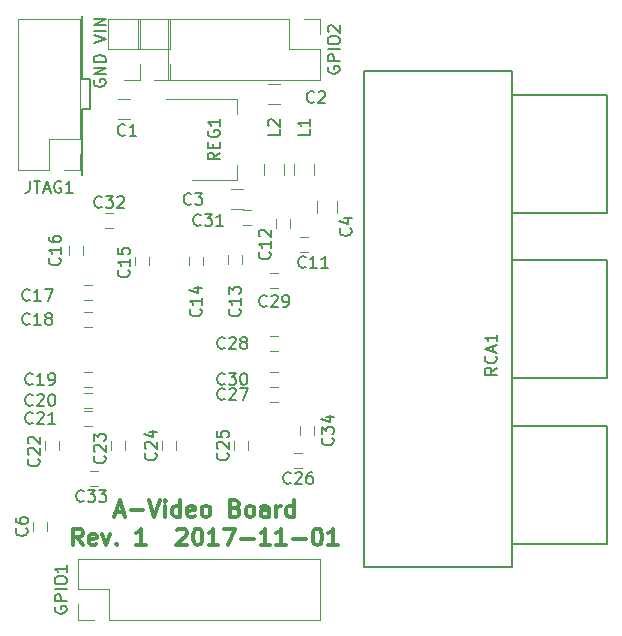
<source format=gto>
G04 #@! TF.FileFunction,Legend,Top*
%FSLAX46Y46*%
G04 Gerber Fmt 4.6, Leading zero omitted, Abs format (unit mm)*
G04 Created by KiCad (PCBNEW 4.0.4-stable) date 11/01/17 12:47:16*
%MOMM*%
%LPD*%
G01*
G04 APERTURE LIST*
%ADD10C,0.100000*%
%ADD11C,0.300000*%
%ADD12C,0.200000*%
%ADD13C,0.120000*%
%ADD14C,0.150000*%
G04 APERTURE END LIST*
D10*
D11*
X126291333Y-114095333D02*
X126957999Y-114095333D01*
X126157999Y-114495333D02*
X126624666Y-113095333D01*
X127091333Y-114495333D01*
X127557999Y-113962000D02*
X128624666Y-113962000D01*
X129091332Y-113095333D02*
X129557999Y-114495333D01*
X130024666Y-113095333D01*
X130491332Y-114495333D02*
X130491332Y-113562000D01*
X130491332Y-113095333D02*
X130424666Y-113162000D01*
X130491332Y-113228667D01*
X130557999Y-113162000D01*
X130491332Y-113095333D01*
X130491332Y-113228667D01*
X131757999Y-114495333D02*
X131757999Y-113095333D01*
X131757999Y-114428667D02*
X131624666Y-114495333D01*
X131357999Y-114495333D01*
X131224666Y-114428667D01*
X131157999Y-114362000D01*
X131091333Y-114228667D01*
X131091333Y-113828667D01*
X131157999Y-113695333D01*
X131224666Y-113628667D01*
X131357999Y-113562000D01*
X131624666Y-113562000D01*
X131757999Y-113628667D01*
X132958000Y-114428667D02*
X132824666Y-114495333D01*
X132558000Y-114495333D01*
X132424666Y-114428667D01*
X132358000Y-114295333D01*
X132358000Y-113762000D01*
X132424666Y-113628667D01*
X132558000Y-113562000D01*
X132824666Y-113562000D01*
X132958000Y-113628667D01*
X133024666Y-113762000D01*
X133024666Y-113895333D01*
X132358000Y-114028667D01*
X133824666Y-114495333D02*
X133691333Y-114428667D01*
X133624666Y-114362000D01*
X133558000Y-114228667D01*
X133558000Y-113828667D01*
X133624666Y-113695333D01*
X133691333Y-113628667D01*
X133824666Y-113562000D01*
X134024666Y-113562000D01*
X134158000Y-113628667D01*
X134224666Y-113695333D01*
X134291333Y-113828667D01*
X134291333Y-114228667D01*
X134224666Y-114362000D01*
X134158000Y-114428667D01*
X134024666Y-114495333D01*
X133824666Y-114495333D01*
X136424667Y-113762000D02*
X136624667Y-113828667D01*
X136691334Y-113895333D01*
X136758000Y-114028667D01*
X136758000Y-114228667D01*
X136691334Y-114362000D01*
X136624667Y-114428667D01*
X136491334Y-114495333D01*
X135958000Y-114495333D01*
X135958000Y-113095333D01*
X136424667Y-113095333D01*
X136558000Y-113162000D01*
X136624667Y-113228667D01*
X136691334Y-113362000D01*
X136691334Y-113495333D01*
X136624667Y-113628667D01*
X136558000Y-113695333D01*
X136424667Y-113762000D01*
X135958000Y-113762000D01*
X137558000Y-114495333D02*
X137424667Y-114428667D01*
X137358000Y-114362000D01*
X137291334Y-114228667D01*
X137291334Y-113828667D01*
X137358000Y-113695333D01*
X137424667Y-113628667D01*
X137558000Y-113562000D01*
X137758000Y-113562000D01*
X137891334Y-113628667D01*
X137958000Y-113695333D01*
X138024667Y-113828667D01*
X138024667Y-114228667D01*
X137958000Y-114362000D01*
X137891334Y-114428667D01*
X137758000Y-114495333D01*
X137558000Y-114495333D01*
X139224667Y-114495333D02*
X139224667Y-113762000D01*
X139158001Y-113628667D01*
X139024667Y-113562000D01*
X138758001Y-113562000D01*
X138624667Y-113628667D01*
X139224667Y-114428667D02*
X139091334Y-114495333D01*
X138758001Y-114495333D01*
X138624667Y-114428667D01*
X138558001Y-114295333D01*
X138558001Y-114162000D01*
X138624667Y-114028667D01*
X138758001Y-113962000D01*
X139091334Y-113962000D01*
X139224667Y-113895333D01*
X139891334Y-114495333D02*
X139891334Y-113562000D01*
X139891334Y-113828667D02*
X139958001Y-113695333D01*
X140024668Y-113628667D01*
X140158001Y-113562000D01*
X140291334Y-113562000D01*
X141358001Y-114495333D02*
X141358001Y-113095333D01*
X141358001Y-114428667D02*
X141224668Y-114495333D01*
X140958001Y-114495333D01*
X140824668Y-114428667D01*
X140758001Y-114362000D01*
X140691335Y-114228667D01*
X140691335Y-113828667D01*
X140758001Y-113695333D01*
X140824668Y-113628667D01*
X140958001Y-113562000D01*
X141224668Y-113562000D01*
X141358001Y-113628667D01*
X123491334Y-116895333D02*
X123024668Y-116228667D01*
X122691334Y-116895333D02*
X122691334Y-115495333D01*
X123224668Y-115495333D01*
X123358001Y-115562000D01*
X123424668Y-115628667D01*
X123491334Y-115762000D01*
X123491334Y-115962000D01*
X123424668Y-116095333D01*
X123358001Y-116162000D01*
X123224668Y-116228667D01*
X122691334Y-116228667D01*
X124624668Y-116828667D02*
X124491334Y-116895333D01*
X124224668Y-116895333D01*
X124091334Y-116828667D01*
X124024668Y-116695333D01*
X124024668Y-116162000D01*
X124091334Y-116028667D01*
X124224668Y-115962000D01*
X124491334Y-115962000D01*
X124624668Y-116028667D01*
X124691334Y-116162000D01*
X124691334Y-116295333D01*
X124024668Y-116428667D01*
X125158001Y-115962000D02*
X125491334Y-116895333D01*
X125824668Y-115962000D01*
X126358001Y-116762000D02*
X126424668Y-116828667D01*
X126358001Y-116895333D01*
X126291335Y-116828667D01*
X126358001Y-116762000D01*
X126358001Y-116895333D01*
X128824669Y-116895333D02*
X128024669Y-116895333D01*
X128424669Y-116895333D02*
X128424669Y-115495333D01*
X128291335Y-115695333D01*
X128158002Y-115828667D01*
X128024669Y-115895333D01*
X131491336Y-115628667D02*
X131558002Y-115562000D01*
X131691336Y-115495333D01*
X132024669Y-115495333D01*
X132158002Y-115562000D01*
X132224669Y-115628667D01*
X132291336Y-115762000D01*
X132291336Y-115895333D01*
X132224669Y-116095333D01*
X131424669Y-116895333D01*
X132291336Y-116895333D01*
X133158002Y-115495333D02*
X133291335Y-115495333D01*
X133424669Y-115562000D01*
X133491335Y-115628667D01*
X133558002Y-115762000D01*
X133624669Y-116028667D01*
X133624669Y-116362000D01*
X133558002Y-116628667D01*
X133491335Y-116762000D01*
X133424669Y-116828667D01*
X133291335Y-116895333D01*
X133158002Y-116895333D01*
X133024669Y-116828667D01*
X132958002Y-116762000D01*
X132891335Y-116628667D01*
X132824669Y-116362000D01*
X132824669Y-116028667D01*
X132891335Y-115762000D01*
X132958002Y-115628667D01*
X133024669Y-115562000D01*
X133158002Y-115495333D01*
X134958002Y-116895333D02*
X134158002Y-116895333D01*
X134558002Y-116895333D02*
X134558002Y-115495333D01*
X134424668Y-115695333D01*
X134291335Y-115828667D01*
X134158002Y-115895333D01*
X135424668Y-115495333D02*
X136358001Y-115495333D01*
X135758001Y-116895333D01*
X136891334Y-116362000D02*
X137958001Y-116362000D01*
X139358001Y-116895333D02*
X138558001Y-116895333D01*
X138958001Y-116895333D02*
X138958001Y-115495333D01*
X138824667Y-115695333D01*
X138691334Y-115828667D01*
X138558001Y-115895333D01*
X140691334Y-116895333D02*
X139891334Y-116895333D01*
X140291334Y-116895333D02*
X140291334Y-115495333D01*
X140158000Y-115695333D01*
X140024667Y-115828667D01*
X139891334Y-115895333D01*
X141291333Y-116362000D02*
X142358000Y-116362000D01*
X143291333Y-115495333D02*
X143424666Y-115495333D01*
X143558000Y-115562000D01*
X143624666Y-115628667D01*
X143691333Y-115762000D01*
X143758000Y-116028667D01*
X143758000Y-116362000D01*
X143691333Y-116628667D01*
X143624666Y-116762000D01*
X143558000Y-116828667D01*
X143424666Y-116895333D01*
X143291333Y-116895333D01*
X143158000Y-116828667D01*
X143091333Y-116762000D01*
X143024666Y-116628667D01*
X142958000Y-116362000D01*
X142958000Y-116028667D01*
X143024666Y-115762000D01*
X143091333Y-115628667D01*
X143158000Y-115562000D01*
X143291333Y-115495333D01*
X145091333Y-116895333D02*
X144291333Y-116895333D01*
X144691333Y-116895333D02*
X144691333Y-115495333D01*
X144557999Y-115695333D01*
X144424666Y-115828667D01*
X144291333Y-115895333D01*
D12*
X123444000Y-80010000D02*
X123444000Y-85598000D01*
X124079000Y-80010000D02*
X123444000Y-80010000D01*
X124079000Y-77470000D02*
X124079000Y-80010000D01*
X123444000Y-77470000D02*
X124079000Y-77470000D01*
X123444000Y-72136000D02*
X123444000Y-77470000D01*
D13*
X140050000Y-103470000D02*
X139350000Y-103470000D01*
X139350000Y-102270000D02*
X140050000Y-102270000D01*
X140050000Y-95088000D02*
X139350000Y-95088000D01*
X139350000Y-93888000D02*
X140050000Y-93888000D01*
X140050000Y-100422000D02*
X139350000Y-100422000D01*
X139350000Y-99222000D02*
X140050000Y-99222000D01*
X140050000Y-104740000D02*
X139350000Y-104740000D01*
X139350000Y-103540000D02*
X140050000Y-103540000D01*
X141382000Y-109128000D02*
X142082000Y-109128000D01*
X142082000Y-110328000D02*
X141382000Y-110328000D01*
X141894000Y-107538000D02*
X141894000Y-106838000D01*
X143094000Y-106838000D02*
X143094000Y-107538000D01*
X124110000Y-110652000D02*
X124810000Y-110652000D01*
X124810000Y-111852000D02*
X124110000Y-111852000D01*
X125380000Y-88808000D02*
X126080000Y-88808000D01*
X126080000Y-90008000D02*
X125380000Y-90008000D01*
X137764000Y-89754000D02*
X137064000Y-89754000D01*
X137064000Y-88554000D02*
X137764000Y-88554000D01*
X136306000Y-108808000D02*
X136306000Y-108108000D01*
X137506000Y-108108000D02*
X137506000Y-108808000D01*
X130210000Y-108808000D02*
X130210000Y-108108000D01*
X131410000Y-108108000D02*
X131410000Y-108808000D01*
X125892000Y-108808000D02*
X125892000Y-108108000D01*
X127092000Y-108108000D02*
X127092000Y-108808000D01*
X121504000Y-108108000D02*
X121504000Y-108808000D01*
X120304000Y-108808000D02*
X120304000Y-108108000D01*
X123602000Y-105572000D02*
X124302000Y-105572000D01*
X124302000Y-106772000D02*
X123602000Y-106772000D01*
X123602000Y-104048000D02*
X124302000Y-104048000D01*
X124302000Y-105248000D02*
X123602000Y-105248000D01*
X123602000Y-102270000D02*
X124302000Y-102270000D01*
X124302000Y-103470000D02*
X123602000Y-103470000D01*
X123602000Y-97190000D02*
X124302000Y-97190000D01*
X124302000Y-98390000D02*
X123602000Y-98390000D01*
X123602000Y-94904000D02*
X124302000Y-94904000D01*
X124302000Y-96104000D02*
X123602000Y-96104000D01*
X122336000Y-92298000D02*
X122336000Y-91598000D01*
X123536000Y-91598000D02*
X123536000Y-92298000D01*
X129124000Y-92487000D02*
X129124000Y-93187000D01*
X127924000Y-93187000D02*
X127924000Y-92487000D01*
X133696000Y-92487000D02*
X133696000Y-93187000D01*
X132496000Y-93187000D02*
X132496000Y-92487000D01*
X136998000Y-92360000D02*
X136998000Y-93060000D01*
X135798000Y-93060000D02*
X135798000Y-92360000D01*
X141062000Y-89312000D02*
X141062000Y-90012000D01*
X139862000Y-90012000D02*
X139862000Y-89312000D01*
X142590000Y-92040000D02*
X141890000Y-92040000D01*
X141890000Y-90840000D02*
X142590000Y-90840000D01*
X119288000Y-115666000D02*
X119288000Y-114966000D01*
X120488000Y-114966000D02*
X120488000Y-115666000D01*
X130750000Y-72330000D02*
X130750000Y-77530000D01*
X140970000Y-72330000D02*
X130750000Y-72330000D01*
X143570000Y-77530000D02*
X130750000Y-77530000D01*
X140970000Y-72330000D02*
X140970000Y-74930000D01*
X140970000Y-74930000D02*
X143570000Y-74930000D01*
X143570000Y-74930000D02*
X143570000Y-77530000D01*
X142240000Y-72330000D02*
X143570000Y-72330000D01*
X143570000Y-72330000D02*
X143570000Y-73660000D01*
X143570000Y-123250000D02*
X143570000Y-118050000D01*
X125730000Y-123250000D02*
X143570000Y-123250000D01*
X123130000Y-118050000D02*
X143570000Y-118050000D01*
X125730000Y-123250000D02*
X125730000Y-120650000D01*
X125730000Y-120650000D02*
X123130000Y-120650000D01*
X123130000Y-120650000D02*
X123130000Y-118050000D01*
X124460000Y-123250000D02*
X123130000Y-123250000D01*
X123130000Y-123250000D02*
X123130000Y-121920000D01*
X136530000Y-85960000D02*
X136530000Y-84700000D01*
X136530000Y-79140000D02*
X136530000Y-80400000D01*
X132770000Y-85960000D02*
X136530000Y-85960000D01*
X130520000Y-79140000D02*
X136530000Y-79140000D01*
D14*
X159840000Y-106790000D02*
X167840000Y-106790000D01*
X167840000Y-106790000D02*
X167840000Y-116790000D01*
X167840000Y-116790000D02*
X159840000Y-116790000D01*
X159840000Y-88790000D02*
X167840000Y-88790000D01*
X167840000Y-88790000D02*
X167840000Y-78790000D01*
X167840000Y-78790000D02*
X159840000Y-78790000D01*
X159840000Y-102790000D02*
X167840000Y-102790000D01*
X167840000Y-102790000D02*
X167840000Y-92790000D01*
X167840000Y-92790000D02*
X159840000Y-92790000D01*
X159840000Y-76790000D02*
X147340000Y-76790000D01*
X147340000Y-76790000D02*
X147340000Y-118790000D01*
X147340000Y-118790000D02*
X159840000Y-118790000D01*
X159840000Y-118790000D02*
X159840000Y-76790000D01*
X159840000Y-92540000D02*
X159840000Y-103790000D01*
D13*
X128330000Y-72330000D02*
X125670000Y-72330000D01*
X128330000Y-74930000D02*
X128330000Y-72330000D01*
X125670000Y-74930000D02*
X125670000Y-72330000D01*
X128330000Y-74930000D02*
X125670000Y-74930000D01*
X128330000Y-76200000D02*
X128330000Y-77530000D01*
X128330000Y-77530000D02*
X127000000Y-77530000D01*
X138850000Y-84590000D02*
X138850000Y-85590000D01*
X140550000Y-85590000D02*
X140550000Y-84590000D01*
X141390000Y-84590000D02*
X141390000Y-85590000D01*
X143090000Y-85590000D02*
X143090000Y-84590000D01*
X123250000Y-72330000D02*
X118050000Y-72330000D01*
X123250000Y-82550000D02*
X123250000Y-72330000D01*
X118050000Y-85150000D02*
X118050000Y-72330000D01*
X123250000Y-82550000D02*
X120650000Y-82550000D01*
X120650000Y-82550000D02*
X120650000Y-85150000D01*
X120650000Y-85150000D02*
X118050000Y-85150000D01*
X123250000Y-83820000D02*
X123250000Y-85150000D01*
X123250000Y-85150000D02*
X121920000Y-85150000D01*
X144995000Y-88765000D02*
X144995000Y-87765000D01*
X143295000Y-87765000D02*
X143295000Y-88765000D01*
X136025000Y-88480000D02*
X137025000Y-88480000D01*
X137025000Y-86780000D02*
X136025000Y-86780000D01*
X139200000Y-79590000D02*
X140200000Y-79590000D01*
X140200000Y-77890000D02*
X139200000Y-77890000D01*
X127500000Y-79160000D02*
X126500000Y-79160000D01*
X126500000Y-80860000D02*
X127500000Y-80860000D01*
X130870000Y-72330000D02*
X128210000Y-72330000D01*
X130870000Y-74930000D02*
X130870000Y-72330000D01*
X128210000Y-74930000D02*
X128210000Y-72330000D01*
X130870000Y-74930000D02*
X128210000Y-74930000D01*
X130870000Y-76200000D02*
X130870000Y-77530000D01*
X130870000Y-77530000D02*
X129540000Y-77530000D01*
D14*
X135501143Y-103227143D02*
X135453524Y-103274762D01*
X135310667Y-103322381D01*
X135215429Y-103322381D01*
X135072571Y-103274762D01*
X134977333Y-103179524D01*
X134929714Y-103084286D01*
X134882095Y-102893810D01*
X134882095Y-102750952D01*
X134929714Y-102560476D01*
X134977333Y-102465238D01*
X135072571Y-102370000D01*
X135215429Y-102322381D01*
X135310667Y-102322381D01*
X135453524Y-102370000D01*
X135501143Y-102417619D01*
X135834476Y-102322381D02*
X136453524Y-102322381D01*
X136120190Y-102703333D01*
X136263048Y-102703333D01*
X136358286Y-102750952D01*
X136405905Y-102798571D01*
X136453524Y-102893810D01*
X136453524Y-103131905D01*
X136405905Y-103227143D01*
X136358286Y-103274762D01*
X136263048Y-103322381D01*
X135977333Y-103322381D01*
X135882095Y-103274762D01*
X135834476Y-103227143D01*
X137072571Y-102322381D02*
X137167810Y-102322381D01*
X137263048Y-102370000D01*
X137310667Y-102417619D01*
X137358286Y-102512857D01*
X137405905Y-102703333D01*
X137405905Y-102941429D01*
X137358286Y-103131905D01*
X137310667Y-103227143D01*
X137263048Y-103274762D01*
X137167810Y-103322381D01*
X137072571Y-103322381D01*
X136977333Y-103274762D01*
X136929714Y-103227143D01*
X136882095Y-103131905D01*
X136834476Y-102941429D01*
X136834476Y-102703333D01*
X136882095Y-102512857D01*
X136929714Y-102417619D01*
X136977333Y-102370000D01*
X137072571Y-102322381D01*
X139057143Y-96623143D02*
X139009524Y-96670762D01*
X138866667Y-96718381D01*
X138771429Y-96718381D01*
X138628571Y-96670762D01*
X138533333Y-96575524D01*
X138485714Y-96480286D01*
X138438095Y-96289810D01*
X138438095Y-96146952D01*
X138485714Y-95956476D01*
X138533333Y-95861238D01*
X138628571Y-95766000D01*
X138771429Y-95718381D01*
X138866667Y-95718381D01*
X139009524Y-95766000D01*
X139057143Y-95813619D01*
X139438095Y-95813619D02*
X139485714Y-95766000D01*
X139580952Y-95718381D01*
X139819048Y-95718381D01*
X139914286Y-95766000D01*
X139961905Y-95813619D01*
X140009524Y-95908857D01*
X140009524Y-96004095D01*
X139961905Y-96146952D01*
X139390476Y-96718381D01*
X140009524Y-96718381D01*
X140485714Y-96718381D02*
X140676190Y-96718381D01*
X140771429Y-96670762D01*
X140819048Y-96623143D01*
X140914286Y-96480286D01*
X140961905Y-96289810D01*
X140961905Y-95908857D01*
X140914286Y-95813619D01*
X140866667Y-95766000D01*
X140771429Y-95718381D01*
X140580952Y-95718381D01*
X140485714Y-95766000D01*
X140438095Y-95813619D01*
X140390476Y-95908857D01*
X140390476Y-96146952D01*
X140438095Y-96242190D01*
X140485714Y-96289810D01*
X140580952Y-96337429D01*
X140771429Y-96337429D01*
X140866667Y-96289810D01*
X140914286Y-96242190D01*
X140961905Y-96146952D01*
X135501143Y-100179143D02*
X135453524Y-100226762D01*
X135310667Y-100274381D01*
X135215429Y-100274381D01*
X135072571Y-100226762D01*
X134977333Y-100131524D01*
X134929714Y-100036286D01*
X134882095Y-99845810D01*
X134882095Y-99702952D01*
X134929714Y-99512476D01*
X134977333Y-99417238D01*
X135072571Y-99322000D01*
X135215429Y-99274381D01*
X135310667Y-99274381D01*
X135453524Y-99322000D01*
X135501143Y-99369619D01*
X135882095Y-99369619D02*
X135929714Y-99322000D01*
X136024952Y-99274381D01*
X136263048Y-99274381D01*
X136358286Y-99322000D01*
X136405905Y-99369619D01*
X136453524Y-99464857D01*
X136453524Y-99560095D01*
X136405905Y-99702952D01*
X135834476Y-100274381D01*
X136453524Y-100274381D01*
X137024952Y-99702952D02*
X136929714Y-99655333D01*
X136882095Y-99607714D01*
X136834476Y-99512476D01*
X136834476Y-99464857D01*
X136882095Y-99369619D01*
X136929714Y-99322000D01*
X137024952Y-99274381D01*
X137215429Y-99274381D01*
X137310667Y-99322000D01*
X137358286Y-99369619D01*
X137405905Y-99464857D01*
X137405905Y-99512476D01*
X137358286Y-99607714D01*
X137310667Y-99655333D01*
X137215429Y-99702952D01*
X137024952Y-99702952D01*
X136929714Y-99750571D01*
X136882095Y-99798190D01*
X136834476Y-99893429D01*
X136834476Y-100083905D01*
X136882095Y-100179143D01*
X136929714Y-100226762D01*
X137024952Y-100274381D01*
X137215429Y-100274381D01*
X137310667Y-100226762D01*
X137358286Y-100179143D01*
X137405905Y-100083905D01*
X137405905Y-99893429D01*
X137358286Y-99798190D01*
X137310667Y-99750571D01*
X137215429Y-99702952D01*
X135501143Y-104497143D02*
X135453524Y-104544762D01*
X135310667Y-104592381D01*
X135215429Y-104592381D01*
X135072571Y-104544762D01*
X134977333Y-104449524D01*
X134929714Y-104354286D01*
X134882095Y-104163810D01*
X134882095Y-104020952D01*
X134929714Y-103830476D01*
X134977333Y-103735238D01*
X135072571Y-103640000D01*
X135215429Y-103592381D01*
X135310667Y-103592381D01*
X135453524Y-103640000D01*
X135501143Y-103687619D01*
X135882095Y-103687619D02*
X135929714Y-103640000D01*
X136024952Y-103592381D01*
X136263048Y-103592381D01*
X136358286Y-103640000D01*
X136405905Y-103687619D01*
X136453524Y-103782857D01*
X136453524Y-103878095D01*
X136405905Y-104020952D01*
X135834476Y-104592381D01*
X136453524Y-104592381D01*
X136786857Y-103592381D02*
X137453524Y-103592381D01*
X137024952Y-104592381D01*
X141089143Y-111609143D02*
X141041524Y-111656762D01*
X140898667Y-111704381D01*
X140803429Y-111704381D01*
X140660571Y-111656762D01*
X140565333Y-111561524D01*
X140517714Y-111466286D01*
X140470095Y-111275810D01*
X140470095Y-111132952D01*
X140517714Y-110942476D01*
X140565333Y-110847238D01*
X140660571Y-110752000D01*
X140803429Y-110704381D01*
X140898667Y-110704381D01*
X141041524Y-110752000D01*
X141089143Y-110799619D01*
X141470095Y-110799619D02*
X141517714Y-110752000D01*
X141612952Y-110704381D01*
X141851048Y-110704381D01*
X141946286Y-110752000D01*
X141993905Y-110799619D01*
X142041524Y-110894857D01*
X142041524Y-110990095D01*
X141993905Y-111132952D01*
X141422476Y-111704381D01*
X142041524Y-111704381D01*
X142898667Y-110704381D02*
X142708190Y-110704381D01*
X142612952Y-110752000D01*
X142565333Y-110799619D01*
X142470095Y-110942476D01*
X142422476Y-111132952D01*
X142422476Y-111513905D01*
X142470095Y-111609143D01*
X142517714Y-111656762D01*
X142612952Y-111704381D01*
X142803429Y-111704381D01*
X142898667Y-111656762D01*
X142946286Y-111609143D01*
X142993905Y-111513905D01*
X142993905Y-111275810D01*
X142946286Y-111180571D01*
X142898667Y-111132952D01*
X142803429Y-111085333D01*
X142612952Y-111085333D01*
X142517714Y-111132952D01*
X142470095Y-111180571D01*
X142422476Y-111275810D01*
X144629143Y-107830857D02*
X144676762Y-107878476D01*
X144724381Y-108021333D01*
X144724381Y-108116571D01*
X144676762Y-108259429D01*
X144581524Y-108354667D01*
X144486286Y-108402286D01*
X144295810Y-108449905D01*
X144152952Y-108449905D01*
X143962476Y-108402286D01*
X143867238Y-108354667D01*
X143772000Y-108259429D01*
X143724381Y-108116571D01*
X143724381Y-108021333D01*
X143772000Y-107878476D01*
X143819619Y-107830857D01*
X143724381Y-107497524D02*
X143724381Y-106878476D01*
X144105333Y-107211810D01*
X144105333Y-107068952D01*
X144152952Y-106973714D01*
X144200571Y-106926095D01*
X144295810Y-106878476D01*
X144533905Y-106878476D01*
X144629143Y-106926095D01*
X144676762Y-106973714D01*
X144724381Y-107068952D01*
X144724381Y-107354667D01*
X144676762Y-107449905D01*
X144629143Y-107497524D01*
X144057714Y-106021333D02*
X144724381Y-106021333D01*
X143676762Y-106259429D02*
X144391048Y-106497524D01*
X144391048Y-105878476D01*
X123563143Y-113133143D02*
X123515524Y-113180762D01*
X123372667Y-113228381D01*
X123277429Y-113228381D01*
X123134571Y-113180762D01*
X123039333Y-113085524D01*
X122991714Y-112990286D01*
X122944095Y-112799810D01*
X122944095Y-112656952D01*
X122991714Y-112466476D01*
X123039333Y-112371238D01*
X123134571Y-112276000D01*
X123277429Y-112228381D01*
X123372667Y-112228381D01*
X123515524Y-112276000D01*
X123563143Y-112323619D01*
X123896476Y-112228381D02*
X124515524Y-112228381D01*
X124182190Y-112609333D01*
X124325048Y-112609333D01*
X124420286Y-112656952D01*
X124467905Y-112704571D01*
X124515524Y-112799810D01*
X124515524Y-113037905D01*
X124467905Y-113133143D01*
X124420286Y-113180762D01*
X124325048Y-113228381D01*
X124039333Y-113228381D01*
X123944095Y-113180762D01*
X123896476Y-113133143D01*
X124848857Y-112228381D02*
X125467905Y-112228381D01*
X125134571Y-112609333D01*
X125277429Y-112609333D01*
X125372667Y-112656952D01*
X125420286Y-112704571D01*
X125467905Y-112799810D01*
X125467905Y-113037905D01*
X125420286Y-113133143D01*
X125372667Y-113180762D01*
X125277429Y-113228381D01*
X124991714Y-113228381D01*
X124896476Y-113180762D01*
X124848857Y-113133143D01*
X125087143Y-88241143D02*
X125039524Y-88288762D01*
X124896667Y-88336381D01*
X124801429Y-88336381D01*
X124658571Y-88288762D01*
X124563333Y-88193524D01*
X124515714Y-88098286D01*
X124468095Y-87907810D01*
X124468095Y-87764952D01*
X124515714Y-87574476D01*
X124563333Y-87479238D01*
X124658571Y-87384000D01*
X124801429Y-87336381D01*
X124896667Y-87336381D01*
X125039524Y-87384000D01*
X125087143Y-87431619D01*
X125420476Y-87336381D02*
X126039524Y-87336381D01*
X125706190Y-87717333D01*
X125849048Y-87717333D01*
X125944286Y-87764952D01*
X125991905Y-87812571D01*
X126039524Y-87907810D01*
X126039524Y-88145905D01*
X125991905Y-88241143D01*
X125944286Y-88288762D01*
X125849048Y-88336381D01*
X125563333Y-88336381D01*
X125468095Y-88288762D01*
X125420476Y-88241143D01*
X126420476Y-87431619D02*
X126468095Y-87384000D01*
X126563333Y-87336381D01*
X126801429Y-87336381D01*
X126896667Y-87384000D01*
X126944286Y-87431619D01*
X126991905Y-87526857D01*
X126991905Y-87622095D01*
X126944286Y-87764952D01*
X126372857Y-88336381D01*
X126991905Y-88336381D01*
X133469143Y-89765143D02*
X133421524Y-89812762D01*
X133278667Y-89860381D01*
X133183429Y-89860381D01*
X133040571Y-89812762D01*
X132945333Y-89717524D01*
X132897714Y-89622286D01*
X132850095Y-89431810D01*
X132850095Y-89288952D01*
X132897714Y-89098476D01*
X132945333Y-89003238D01*
X133040571Y-88908000D01*
X133183429Y-88860381D01*
X133278667Y-88860381D01*
X133421524Y-88908000D01*
X133469143Y-88955619D01*
X133802476Y-88860381D02*
X134421524Y-88860381D01*
X134088190Y-89241333D01*
X134231048Y-89241333D01*
X134326286Y-89288952D01*
X134373905Y-89336571D01*
X134421524Y-89431810D01*
X134421524Y-89669905D01*
X134373905Y-89765143D01*
X134326286Y-89812762D01*
X134231048Y-89860381D01*
X133945333Y-89860381D01*
X133850095Y-89812762D01*
X133802476Y-89765143D01*
X135373905Y-89860381D02*
X134802476Y-89860381D01*
X135088190Y-89860381D02*
X135088190Y-88860381D01*
X134992952Y-89003238D01*
X134897714Y-89098476D01*
X134802476Y-89146095D01*
X135739143Y-109100857D02*
X135786762Y-109148476D01*
X135834381Y-109291333D01*
X135834381Y-109386571D01*
X135786762Y-109529429D01*
X135691524Y-109624667D01*
X135596286Y-109672286D01*
X135405810Y-109719905D01*
X135262952Y-109719905D01*
X135072476Y-109672286D01*
X134977238Y-109624667D01*
X134882000Y-109529429D01*
X134834381Y-109386571D01*
X134834381Y-109291333D01*
X134882000Y-109148476D01*
X134929619Y-109100857D01*
X134929619Y-108719905D02*
X134882000Y-108672286D01*
X134834381Y-108577048D01*
X134834381Y-108338952D01*
X134882000Y-108243714D01*
X134929619Y-108196095D01*
X135024857Y-108148476D01*
X135120095Y-108148476D01*
X135262952Y-108196095D01*
X135834381Y-108767524D01*
X135834381Y-108148476D01*
X134834381Y-107243714D02*
X134834381Y-107719905D01*
X135310571Y-107767524D01*
X135262952Y-107719905D01*
X135215333Y-107624667D01*
X135215333Y-107386571D01*
X135262952Y-107291333D01*
X135310571Y-107243714D01*
X135405810Y-107196095D01*
X135643905Y-107196095D01*
X135739143Y-107243714D01*
X135786762Y-107291333D01*
X135834381Y-107386571D01*
X135834381Y-107624667D01*
X135786762Y-107719905D01*
X135739143Y-107767524D01*
X129643143Y-109100857D02*
X129690762Y-109148476D01*
X129738381Y-109291333D01*
X129738381Y-109386571D01*
X129690762Y-109529429D01*
X129595524Y-109624667D01*
X129500286Y-109672286D01*
X129309810Y-109719905D01*
X129166952Y-109719905D01*
X128976476Y-109672286D01*
X128881238Y-109624667D01*
X128786000Y-109529429D01*
X128738381Y-109386571D01*
X128738381Y-109291333D01*
X128786000Y-109148476D01*
X128833619Y-109100857D01*
X128833619Y-108719905D02*
X128786000Y-108672286D01*
X128738381Y-108577048D01*
X128738381Y-108338952D01*
X128786000Y-108243714D01*
X128833619Y-108196095D01*
X128928857Y-108148476D01*
X129024095Y-108148476D01*
X129166952Y-108196095D01*
X129738381Y-108767524D01*
X129738381Y-108148476D01*
X129071714Y-107291333D02*
X129738381Y-107291333D01*
X128690762Y-107529429D02*
X129405048Y-107767524D01*
X129405048Y-107148476D01*
X125325143Y-109354857D02*
X125372762Y-109402476D01*
X125420381Y-109545333D01*
X125420381Y-109640571D01*
X125372762Y-109783429D01*
X125277524Y-109878667D01*
X125182286Y-109926286D01*
X124991810Y-109973905D01*
X124848952Y-109973905D01*
X124658476Y-109926286D01*
X124563238Y-109878667D01*
X124468000Y-109783429D01*
X124420381Y-109640571D01*
X124420381Y-109545333D01*
X124468000Y-109402476D01*
X124515619Y-109354857D01*
X124515619Y-108973905D02*
X124468000Y-108926286D01*
X124420381Y-108831048D01*
X124420381Y-108592952D01*
X124468000Y-108497714D01*
X124515619Y-108450095D01*
X124610857Y-108402476D01*
X124706095Y-108402476D01*
X124848952Y-108450095D01*
X125420381Y-109021524D01*
X125420381Y-108402476D01*
X124420381Y-108069143D02*
X124420381Y-107450095D01*
X124801333Y-107783429D01*
X124801333Y-107640571D01*
X124848952Y-107545333D01*
X124896571Y-107497714D01*
X124991810Y-107450095D01*
X125229905Y-107450095D01*
X125325143Y-107497714D01*
X125372762Y-107545333D01*
X125420381Y-107640571D01*
X125420381Y-107926286D01*
X125372762Y-108021524D01*
X125325143Y-108069143D01*
X119737143Y-109608857D02*
X119784762Y-109656476D01*
X119832381Y-109799333D01*
X119832381Y-109894571D01*
X119784762Y-110037429D01*
X119689524Y-110132667D01*
X119594286Y-110180286D01*
X119403810Y-110227905D01*
X119260952Y-110227905D01*
X119070476Y-110180286D01*
X118975238Y-110132667D01*
X118880000Y-110037429D01*
X118832381Y-109894571D01*
X118832381Y-109799333D01*
X118880000Y-109656476D01*
X118927619Y-109608857D01*
X118927619Y-109227905D02*
X118880000Y-109180286D01*
X118832381Y-109085048D01*
X118832381Y-108846952D01*
X118880000Y-108751714D01*
X118927619Y-108704095D01*
X119022857Y-108656476D01*
X119118095Y-108656476D01*
X119260952Y-108704095D01*
X119832381Y-109275524D01*
X119832381Y-108656476D01*
X118927619Y-108275524D02*
X118880000Y-108227905D01*
X118832381Y-108132667D01*
X118832381Y-107894571D01*
X118880000Y-107799333D01*
X118927619Y-107751714D01*
X119022857Y-107704095D01*
X119118095Y-107704095D01*
X119260952Y-107751714D01*
X119832381Y-108323143D01*
X119832381Y-107704095D01*
X119245143Y-106529143D02*
X119197524Y-106576762D01*
X119054667Y-106624381D01*
X118959429Y-106624381D01*
X118816571Y-106576762D01*
X118721333Y-106481524D01*
X118673714Y-106386286D01*
X118626095Y-106195810D01*
X118626095Y-106052952D01*
X118673714Y-105862476D01*
X118721333Y-105767238D01*
X118816571Y-105672000D01*
X118959429Y-105624381D01*
X119054667Y-105624381D01*
X119197524Y-105672000D01*
X119245143Y-105719619D01*
X119626095Y-105719619D02*
X119673714Y-105672000D01*
X119768952Y-105624381D01*
X120007048Y-105624381D01*
X120102286Y-105672000D01*
X120149905Y-105719619D01*
X120197524Y-105814857D01*
X120197524Y-105910095D01*
X120149905Y-106052952D01*
X119578476Y-106624381D01*
X120197524Y-106624381D01*
X121149905Y-106624381D02*
X120578476Y-106624381D01*
X120864190Y-106624381D02*
X120864190Y-105624381D01*
X120768952Y-105767238D01*
X120673714Y-105862476D01*
X120578476Y-105910095D01*
X119245143Y-105005143D02*
X119197524Y-105052762D01*
X119054667Y-105100381D01*
X118959429Y-105100381D01*
X118816571Y-105052762D01*
X118721333Y-104957524D01*
X118673714Y-104862286D01*
X118626095Y-104671810D01*
X118626095Y-104528952D01*
X118673714Y-104338476D01*
X118721333Y-104243238D01*
X118816571Y-104148000D01*
X118959429Y-104100381D01*
X119054667Y-104100381D01*
X119197524Y-104148000D01*
X119245143Y-104195619D01*
X119626095Y-104195619D02*
X119673714Y-104148000D01*
X119768952Y-104100381D01*
X120007048Y-104100381D01*
X120102286Y-104148000D01*
X120149905Y-104195619D01*
X120197524Y-104290857D01*
X120197524Y-104386095D01*
X120149905Y-104528952D01*
X119578476Y-105100381D01*
X120197524Y-105100381D01*
X120816571Y-104100381D02*
X120911810Y-104100381D01*
X121007048Y-104148000D01*
X121054667Y-104195619D01*
X121102286Y-104290857D01*
X121149905Y-104481333D01*
X121149905Y-104719429D01*
X121102286Y-104909905D01*
X121054667Y-105005143D01*
X121007048Y-105052762D01*
X120911810Y-105100381D01*
X120816571Y-105100381D01*
X120721333Y-105052762D01*
X120673714Y-105005143D01*
X120626095Y-104909905D01*
X120578476Y-104719429D01*
X120578476Y-104481333D01*
X120626095Y-104290857D01*
X120673714Y-104195619D01*
X120721333Y-104148000D01*
X120816571Y-104100381D01*
X119245143Y-103227143D02*
X119197524Y-103274762D01*
X119054667Y-103322381D01*
X118959429Y-103322381D01*
X118816571Y-103274762D01*
X118721333Y-103179524D01*
X118673714Y-103084286D01*
X118626095Y-102893810D01*
X118626095Y-102750952D01*
X118673714Y-102560476D01*
X118721333Y-102465238D01*
X118816571Y-102370000D01*
X118959429Y-102322381D01*
X119054667Y-102322381D01*
X119197524Y-102370000D01*
X119245143Y-102417619D01*
X120197524Y-103322381D02*
X119626095Y-103322381D01*
X119911809Y-103322381D02*
X119911809Y-102322381D01*
X119816571Y-102465238D01*
X119721333Y-102560476D01*
X119626095Y-102608095D01*
X120673714Y-103322381D02*
X120864190Y-103322381D01*
X120959429Y-103274762D01*
X121007048Y-103227143D01*
X121102286Y-103084286D01*
X121149905Y-102893810D01*
X121149905Y-102512857D01*
X121102286Y-102417619D01*
X121054667Y-102370000D01*
X120959429Y-102322381D01*
X120768952Y-102322381D01*
X120673714Y-102370000D01*
X120626095Y-102417619D01*
X120578476Y-102512857D01*
X120578476Y-102750952D01*
X120626095Y-102846190D01*
X120673714Y-102893810D01*
X120768952Y-102941429D01*
X120959429Y-102941429D01*
X121054667Y-102893810D01*
X121102286Y-102846190D01*
X121149905Y-102750952D01*
X118991143Y-98147143D02*
X118943524Y-98194762D01*
X118800667Y-98242381D01*
X118705429Y-98242381D01*
X118562571Y-98194762D01*
X118467333Y-98099524D01*
X118419714Y-98004286D01*
X118372095Y-97813810D01*
X118372095Y-97670952D01*
X118419714Y-97480476D01*
X118467333Y-97385238D01*
X118562571Y-97290000D01*
X118705429Y-97242381D01*
X118800667Y-97242381D01*
X118943524Y-97290000D01*
X118991143Y-97337619D01*
X119943524Y-98242381D02*
X119372095Y-98242381D01*
X119657809Y-98242381D02*
X119657809Y-97242381D01*
X119562571Y-97385238D01*
X119467333Y-97480476D01*
X119372095Y-97528095D01*
X120514952Y-97670952D02*
X120419714Y-97623333D01*
X120372095Y-97575714D01*
X120324476Y-97480476D01*
X120324476Y-97432857D01*
X120372095Y-97337619D01*
X120419714Y-97290000D01*
X120514952Y-97242381D01*
X120705429Y-97242381D01*
X120800667Y-97290000D01*
X120848286Y-97337619D01*
X120895905Y-97432857D01*
X120895905Y-97480476D01*
X120848286Y-97575714D01*
X120800667Y-97623333D01*
X120705429Y-97670952D01*
X120514952Y-97670952D01*
X120419714Y-97718571D01*
X120372095Y-97766190D01*
X120324476Y-97861429D01*
X120324476Y-98051905D01*
X120372095Y-98147143D01*
X120419714Y-98194762D01*
X120514952Y-98242381D01*
X120705429Y-98242381D01*
X120800667Y-98194762D01*
X120848286Y-98147143D01*
X120895905Y-98051905D01*
X120895905Y-97861429D01*
X120848286Y-97766190D01*
X120800667Y-97718571D01*
X120705429Y-97670952D01*
X118991143Y-96115143D02*
X118943524Y-96162762D01*
X118800667Y-96210381D01*
X118705429Y-96210381D01*
X118562571Y-96162762D01*
X118467333Y-96067524D01*
X118419714Y-95972286D01*
X118372095Y-95781810D01*
X118372095Y-95638952D01*
X118419714Y-95448476D01*
X118467333Y-95353238D01*
X118562571Y-95258000D01*
X118705429Y-95210381D01*
X118800667Y-95210381D01*
X118943524Y-95258000D01*
X118991143Y-95305619D01*
X119943524Y-96210381D02*
X119372095Y-96210381D01*
X119657809Y-96210381D02*
X119657809Y-95210381D01*
X119562571Y-95353238D01*
X119467333Y-95448476D01*
X119372095Y-95496095D01*
X120276857Y-95210381D02*
X120943524Y-95210381D01*
X120514952Y-96210381D01*
X121515143Y-92590857D02*
X121562762Y-92638476D01*
X121610381Y-92781333D01*
X121610381Y-92876571D01*
X121562762Y-93019429D01*
X121467524Y-93114667D01*
X121372286Y-93162286D01*
X121181810Y-93209905D01*
X121038952Y-93209905D01*
X120848476Y-93162286D01*
X120753238Y-93114667D01*
X120658000Y-93019429D01*
X120610381Y-92876571D01*
X120610381Y-92781333D01*
X120658000Y-92638476D01*
X120705619Y-92590857D01*
X121610381Y-91638476D02*
X121610381Y-92209905D01*
X121610381Y-91924191D02*
X120610381Y-91924191D01*
X120753238Y-92019429D01*
X120848476Y-92114667D01*
X120896095Y-92209905D01*
X120610381Y-90781333D02*
X120610381Y-90971810D01*
X120658000Y-91067048D01*
X120705619Y-91114667D01*
X120848476Y-91209905D01*
X121038952Y-91257524D01*
X121419905Y-91257524D01*
X121515143Y-91209905D01*
X121562762Y-91162286D01*
X121610381Y-91067048D01*
X121610381Y-90876571D01*
X121562762Y-90781333D01*
X121515143Y-90733714D01*
X121419905Y-90686095D01*
X121181810Y-90686095D01*
X121086571Y-90733714D01*
X121038952Y-90781333D01*
X120991333Y-90876571D01*
X120991333Y-91067048D01*
X121038952Y-91162286D01*
X121086571Y-91209905D01*
X121181810Y-91257524D01*
X127357143Y-93606857D02*
X127404762Y-93654476D01*
X127452381Y-93797333D01*
X127452381Y-93892571D01*
X127404762Y-94035429D01*
X127309524Y-94130667D01*
X127214286Y-94178286D01*
X127023810Y-94225905D01*
X126880952Y-94225905D01*
X126690476Y-94178286D01*
X126595238Y-94130667D01*
X126500000Y-94035429D01*
X126452381Y-93892571D01*
X126452381Y-93797333D01*
X126500000Y-93654476D01*
X126547619Y-93606857D01*
X127452381Y-92654476D02*
X127452381Y-93225905D01*
X127452381Y-92940191D02*
X126452381Y-92940191D01*
X126595238Y-93035429D01*
X126690476Y-93130667D01*
X126738095Y-93225905D01*
X126452381Y-91749714D02*
X126452381Y-92225905D01*
X126928571Y-92273524D01*
X126880952Y-92225905D01*
X126833333Y-92130667D01*
X126833333Y-91892571D01*
X126880952Y-91797333D01*
X126928571Y-91749714D01*
X127023810Y-91702095D01*
X127261905Y-91702095D01*
X127357143Y-91749714D01*
X127404762Y-91797333D01*
X127452381Y-91892571D01*
X127452381Y-92130667D01*
X127404762Y-92225905D01*
X127357143Y-92273524D01*
X133453143Y-96908857D02*
X133500762Y-96956476D01*
X133548381Y-97099333D01*
X133548381Y-97194571D01*
X133500762Y-97337429D01*
X133405524Y-97432667D01*
X133310286Y-97480286D01*
X133119810Y-97527905D01*
X132976952Y-97527905D01*
X132786476Y-97480286D01*
X132691238Y-97432667D01*
X132596000Y-97337429D01*
X132548381Y-97194571D01*
X132548381Y-97099333D01*
X132596000Y-96956476D01*
X132643619Y-96908857D01*
X133548381Y-95956476D02*
X133548381Y-96527905D01*
X133548381Y-96242191D02*
X132548381Y-96242191D01*
X132691238Y-96337429D01*
X132786476Y-96432667D01*
X132834095Y-96527905D01*
X132881714Y-95099333D02*
X133548381Y-95099333D01*
X132500762Y-95337429D02*
X133215048Y-95575524D01*
X133215048Y-94956476D01*
X136755143Y-96908857D02*
X136802762Y-96956476D01*
X136850381Y-97099333D01*
X136850381Y-97194571D01*
X136802762Y-97337429D01*
X136707524Y-97432667D01*
X136612286Y-97480286D01*
X136421810Y-97527905D01*
X136278952Y-97527905D01*
X136088476Y-97480286D01*
X135993238Y-97432667D01*
X135898000Y-97337429D01*
X135850381Y-97194571D01*
X135850381Y-97099333D01*
X135898000Y-96956476D01*
X135945619Y-96908857D01*
X136850381Y-95956476D02*
X136850381Y-96527905D01*
X136850381Y-96242191D02*
X135850381Y-96242191D01*
X135993238Y-96337429D01*
X136088476Y-96432667D01*
X136136095Y-96527905D01*
X135850381Y-95623143D02*
X135850381Y-95004095D01*
X136231333Y-95337429D01*
X136231333Y-95194571D01*
X136278952Y-95099333D01*
X136326571Y-95051714D01*
X136421810Y-95004095D01*
X136659905Y-95004095D01*
X136755143Y-95051714D01*
X136802762Y-95099333D01*
X136850381Y-95194571D01*
X136850381Y-95480286D01*
X136802762Y-95575524D01*
X136755143Y-95623143D01*
X139295143Y-92082857D02*
X139342762Y-92130476D01*
X139390381Y-92273333D01*
X139390381Y-92368571D01*
X139342762Y-92511429D01*
X139247524Y-92606667D01*
X139152286Y-92654286D01*
X138961810Y-92701905D01*
X138818952Y-92701905D01*
X138628476Y-92654286D01*
X138533238Y-92606667D01*
X138438000Y-92511429D01*
X138390381Y-92368571D01*
X138390381Y-92273333D01*
X138438000Y-92130476D01*
X138485619Y-92082857D01*
X139390381Y-91130476D02*
X139390381Y-91701905D01*
X139390381Y-91416191D02*
X138390381Y-91416191D01*
X138533238Y-91511429D01*
X138628476Y-91606667D01*
X138676095Y-91701905D01*
X138485619Y-90749524D02*
X138438000Y-90701905D01*
X138390381Y-90606667D01*
X138390381Y-90368571D01*
X138438000Y-90273333D01*
X138485619Y-90225714D01*
X138580857Y-90178095D01*
X138676095Y-90178095D01*
X138818952Y-90225714D01*
X139390381Y-90797143D01*
X139390381Y-90178095D01*
X142359143Y-93321143D02*
X142311524Y-93368762D01*
X142168667Y-93416381D01*
X142073429Y-93416381D01*
X141930571Y-93368762D01*
X141835333Y-93273524D01*
X141787714Y-93178286D01*
X141740095Y-92987810D01*
X141740095Y-92844952D01*
X141787714Y-92654476D01*
X141835333Y-92559238D01*
X141930571Y-92464000D01*
X142073429Y-92416381D01*
X142168667Y-92416381D01*
X142311524Y-92464000D01*
X142359143Y-92511619D01*
X143311524Y-93416381D02*
X142740095Y-93416381D01*
X143025809Y-93416381D02*
X143025809Y-92416381D01*
X142930571Y-92559238D01*
X142835333Y-92654476D01*
X142740095Y-92702095D01*
X144263905Y-93416381D02*
X143692476Y-93416381D01*
X143978190Y-93416381D02*
X143978190Y-92416381D01*
X143882952Y-92559238D01*
X143787714Y-92654476D01*
X143692476Y-92702095D01*
X118721143Y-115482666D02*
X118768762Y-115530285D01*
X118816381Y-115673142D01*
X118816381Y-115768380D01*
X118768762Y-115911238D01*
X118673524Y-116006476D01*
X118578286Y-116054095D01*
X118387810Y-116101714D01*
X118244952Y-116101714D01*
X118054476Y-116054095D01*
X117959238Y-116006476D01*
X117864000Y-115911238D01*
X117816381Y-115768380D01*
X117816381Y-115673142D01*
X117864000Y-115530285D01*
X117911619Y-115482666D01*
X117816381Y-114625523D02*
X117816381Y-114816000D01*
X117864000Y-114911238D01*
X117911619Y-114958857D01*
X118054476Y-115054095D01*
X118244952Y-115101714D01*
X118625905Y-115101714D01*
X118721143Y-115054095D01*
X118768762Y-115006476D01*
X118816381Y-114911238D01*
X118816381Y-114720761D01*
X118768762Y-114625523D01*
X118721143Y-114577904D01*
X118625905Y-114530285D01*
X118387810Y-114530285D01*
X118292571Y-114577904D01*
X118244952Y-114625523D01*
X118197333Y-114720761D01*
X118197333Y-114911238D01*
X118244952Y-115006476D01*
X118292571Y-115054095D01*
X118387810Y-115101714D01*
X144280000Y-76406190D02*
X144232381Y-76501428D01*
X144232381Y-76644285D01*
X144280000Y-76787143D01*
X144375238Y-76882381D01*
X144470476Y-76930000D01*
X144660952Y-76977619D01*
X144803810Y-76977619D01*
X144994286Y-76930000D01*
X145089524Y-76882381D01*
X145184762Y-76787143D01*
X145232381Y-76644285D01*
X145232381Y-76549047D01*
X145184762Y-76406190D01*
X145137143Y-76358571D01*
X144803810Y-76358571D01*
X144803810Y-76549047D01*
X145232381Y-75930000D02*
X144232381Y-75930000D01*
X144232381Y-75549047D01*
X144280000Y-75453809D01*
X144327619Y-75406190D01*
X144422857Y-75358571D01*
X144565714Y-75358571D01*
X144660952Y-75406190D01*
X144708571Y-75453809D01*
X144756190Y-75549047D01*
X144756190Y-75930000D01*
X145232381Y-74930000D02*
X144232381Y-74930000D01*
X144232381Y-74263334D02*
X144232381Y-74072857D01*
X144280000Y-73977619D01*
X144375238Y-73882381D01*
X144565714Y-73834762D01*
X144899048Y-73834762D01*
X145089524Y-73882381D01*
X145184762Y-73977619D01*
X145232381Y-74072857D01*
X145232381Y-74263334D01*
X145184762Y-74358572D01*
X145089524Y-74453810D01*
X144899048Y-74501429D01*
X144565714Y-74501429D01*
X144375238Y-74453810D01*
X144280000Y-74358572D01*
X144232381Y-74263334D01*
X144327619Y-73453810D02*
X144280000Y-73406191D01*
X144232381Y-73310953D01*
X144232381Y-73072857D01*
X144280000Y-72977619D01*
X144327619Y-72930000D01*
X144422857Y-72882381D01*
X144518095Y-72882381D01*
X144660952Y-72930000D01*
X145232381Y-73501429D01*
X145232381Y-72882381D01*
X121166000Y-122126190D02*
X121118381Y-122221428D01*
X121118381Y-122364285D01*
X121166000Y-122507143D01*
X121261238Y-122602381D01*
X121356476Y-122650000D01*
X121546952Y-122697619D01*
X121689810Y-122697619D01*
X121880286Y-122650000D01*
X121975524Y-122602381D01*
X122070762Y-122507143D01*
X122118381Y-122364285D01*
X122118381Y-122269047D01*
X122070762Y-122126190D01*
X122023143Y-122078571D01*
X121689810Y-122078571D01*
X121689810Y-122269047D01*
X122118381Y-121650000D02*
X121118381Y-121650000D01*
X121118381Y-121269047D01*
X121166000Y-121173809D01*
X121213619Y-121126190D01*
X121308857Y-121078571D01*
X121451714Y-121078571D01*
X121546952Y-121126190D01*
X121594571Y-121173809D01*
X121642190Y-121269047D01*
X121642190Y-121650000D01*
X122118381Y-120650000D02*
X121118381Y-120650000D01*
X121118381Y-119983334D02*
X121118381Y-119792857D01*
X121166000Y-119697619D01*
X121261238Y-119602381D01*
X121451714Y-119554762D01*
X121785048Y-119554762D01*
X121975524Y-119602381D01*
X122070762Y-119697619D01*
X122118381Y-119792857D01*
X122118381Y-119983334D01*
X122070762Y-120078572D01*
X121975524Y-120173810D01*
X121785048Y-120221429D01*
X121451714Y-120221429D01*
X121261238Y-120173810D01*
X121166000Y-120078572D01*
X121118381Y-119983334D01*
X122118381Y-118602381D02*
X122118381Y-119173810D01*
X122118381Y-118888096D02*
X121118381Y-118888096D01*
X121261238Y-118983334D01*
X121356476Y-119078572D01*
X121404095Y-119173810D01*
X135072381Y-83669047D02*
X134596190Y-84002381D01*
X135072381Y-84240476D02*
X134072381Y-84240476D01*
X134072381Y-83859523D01*
X134120000Y-83764285D01*
X134167619Y-83716666D01*
X134262857Y-83669047D01*
X134405714Y-83669047D01*
X134500952Y-83716666D01*
X134548571Y-83764285D01*
X134596190Y-83859523D01*
X134596190Y-84240476D01*
X134548571Y-83240476D02*
X134548571Y-82907142D01*
X135072381Y-82764285D02*
X135072381Y-83240476D01*
X134072381Y-83240476D01*
X134072381Y-82764285D01*
X134120000Y-81811904D02*
X134072381Y-81907142D01*
X134072381Y-82049999D01*
X134120000Y-82192857D01*
X134215238Y-82288095D01*
X134310476Y-82335714D01*
X134500952Y-82383333D01*
X134643810Y-82383333D01*
X134834286Y-82335714D01*
X134929524Y-82288095D01*
X135024762Y-82192857D01*
X135072381Y-82049999D01*
X135072381Y-81954761D01*
X135024762Y-81811904D01*
X134977143Y-81764285D01*
X134643810Y-81764285D01*
X134643810Y-81954761D01*
X135072381Y-80811904D02*
X135072381Y-81383333D01*
X135072381Y-81097619D02*
X134072381Y-81097619D01*
X134215238Y-81192857D01*
X134310476Y-81288095D01*
X134358095Y-81383333D01*
X158542381Y-101885238D02*
X158066190Y-102218572D01*
X158542381Y-102456667D02*
X157542381Y-102456667D01*
X157542381Y-102075714D01*
X157590000Y-101980476D01*
X157637619Y-101932857D01*
X157732857Y-101885238D01*
X157875714Y-101885238D01*
X157970952Y-101932857D01*
X158018571Y-101980476D01*
X158066190Y-102075714D01*
X158066190Y-102456667D01*
X158447143Y-100885238D02*
X158494762Y-100932857D01*
X158542381Y-101075714D01*
X158542381Y-101170952D01*
X158494762Y-101313810D01*
X158399524Y-101409048D01*
X158304286Y-101456667D01*
X158113810Y-101504286D01*
X157970952Y-101504286D01*
X157780476Y-101456667D01*
X157685238Y-101409048D01*
X157590000Y-101313810D01*
X157542381Y-101170952D01*
X157542381Y-101075714D01*
X157590000Y-100932857D01*
X157637619Y-100885238D01*
X158256667Y-100504286D02*
X158256667Y-100028095D01*
X158542381Y-100599524D02*
X157542381Y-100266191D01*
X158542381Y-99932857D01*
X158542381Y-99075714D02*
X158542381Y-99647143D01*
X158542381Y-99361429D02*
X157542381Y-99361429D01*
X157685238Y-99456667D01*
X157780476Y-99551905D01*
X157828095Y-99647143D01*
X124468000Y-77517333D02*
X124420381Y-77612571D01*
X124420381Y-77755428D01*
X124468000Y-77898286D01*
X124563238Y-77993524D01*
X124658476Y-78041143D01*
X124848952Y-78088762D01*
X124991810Y-78088762D01*
X125182286Y-78041143D01*
X125277524Y-77993524D01*
X125372762Y-77898286D01*
X125420381Y-77755428D01*
X125420381Y-77660190D01*
X125372762Y-77517333D01*
X125325143Y-77469714D01*
X124991810Y-77469714D01*
X124991810Y-77660190D01*
X125420381Y-77041143D02*
X124420381Y-77041143D01*
X125420381Y-76469714D01*
X124420381Y-76469714D01*
X125420381Y-75993524D02*
X124420381Y-75993524D01*
X124420381Y-75755429D01*
X124468000Y-75612571D01*
X124563238Y-75517333D01*
X124658476Y-75469714D01*
X124848952Y-75422095D01*
X124991810Y-75422095D01*
X125182286Y-75469714D01*
X125277524Y-75517333D01*
X125372762Y-75612571D01*
X125420381Y-75755429D01*
X125420381Y-75993524D01*
X124420381Y-74374476D02*
X125420381Y-74041143D01*
X124420381Y-73707809D01*
X125420381Y-73374476D02*
X124420381Y-73374476D01*
X125420381Y-72898286D02*
X124420381Y-72898286D01*
X125420381Y-72326857D01*
X124420381Y-72326857D01*
X140152381Y-81700666D02*
X140152381Y-82176857D01*
X139152381Y-82176857D01*
X139247619Y-81414952D02*
X139200000Y-81367333D01*
X139152381Y-81272095D01*
X139152381Y-81033999D01*
X139200000Y-80938761D01*
X139247619Y-80891142D01*
X139342857Y-80843523D01*
X139438095Y-80843523D01*
X139580952Y-80891142D01*
X140152381Y-81462571D01*
X140152381Y-80843523D01*
X142692381Y-81700666D02*
X142692381Y-82176857D01*
X141692381Y-82176857D01*
X142692381Y-80843523D02*
X142692381Y-81414952D01*
X142692381Y-81129238D02*
X141692381Y-81129238D01*
X141835238Y-81224476D01*
X141930476Y-81319714D01*
X141978095Y-81414952D01*
X119007143Y-86066381D02*
X119007143Y-86780667D01*
X118959523Y-86923524D01*
X118864285Y-87018762D01*
X118721428Y-87066381D01*
X118626190Y-87066381D01*
X119340476Y-86066381D02*
X119911905Y-86066381D01*
X119626190Y-87066381D02*
X119626190Y-86066381D01*
X120197619Y-86780667D02*
X120673810Y-86780667D01*
X120102381Y-87066381D02*
X120435714Y-86066381D01*
X120769048Y-87066381D01*
X121626191Y-86114000D02*
X121530953Y-86066381D01*
X121388096Y-86066381D01*
X121245238Y-86114000D01*
X121150000Y-86209238D01*
X121102381Y-86304476D01*
X121054762Y-86494952D01*
X121054762Y-86637810D01*
X121102381Y-86828286D01*
X121150000Y-86923524D01*
X121245238Y-87018762D01*
X121388096Y-87066381D01*
X121483334Y-87066381D01*
X121626191Y-87018762D01*
X121673810Y-86971143D01*
X121673810Y-86637810D01*
X121483334Y-86637810D01*
X122626191Y-87066381D02*
X122054762Y-87066381D01*
X122340476Y-87066381D02*
X122340476Y-86066381D01*
X122245238Y-86209238D01*
X122150000Y-86304476D01*
X122054762Y-86352095D01*
X146153143Y-90082666D02*
X146200762Y-90130285D01*
X146248381Y-90273142D01*
X146248381Y-90368380D01*
X146200762Y-90511238D01*
X146105524Y-90606476D01*
X146010286Y-90654095D01*
X145819810Y-90701714D01*
X145676952Y-90701714D01*
X145486476Y-90654095D01*
X145391238Y-90606476D01*
X145296000Y-90511238D01*
X145248381Y-90368380D01*
X145248381Y-90273142D01*
X145296000Y-90130285D01*
X145343619Y-90082666D01*
X145581714Y-89225523D02*
X146248381Y-89225523D01*
X145200762Y-89463619D02*
X145915048Y-89701714D01*
X145915048Y-89082666D01*
X132675334Y-87987143D02*
X132627715Y-88034762D01*
X132484858Y-88082381D01*
X132389620Y-88082381D01*
X132246762Y-88034762D01*
X132151524Y-87939524D01*
X132103905Y-87844286D01*
X132056286Y-87653810D01*
X132056286Y-87510952D01*
X132103905Y-87320476D01*
X132151524Y-87225238D01*
X132246762Y-87130000D01*
X132389620Y-87082381D01*
X132484858Y-87082381D01*
X132627715Y-87130000D01*
X132675334Y-87177619D01*
X133008667Y-87082381D02*
X133627715Y-87082381D01*
X133294381Y-87463333D01*
X133437239Y-87463333D01*
X133532477Y-87510952D01*
X133580096Y-87558571D01*
X133627715Y-87653810D01*
X133627715Y-87891905D01*
X133580096Y-87987143D01*
X133532477Y-88034762D01*
X133437239Y-88082381D01*
X133151524Y-88082381D01*
X133056286Y-88034762D01*
X133008667Y-87987143D01*
X143089334Y-79351143D02*
X143041715Y-79398762D01*
X142898858Y-79446381D01*
X142803620Y-79446381D01*
X142660762Y-79398762D01*
X142565524Y-79303524D01*
X142517905Y-79208286D01*
X142470286Y-79017810D01*
X142470286Y-78874952D01*
X142517905Y-78684476D01*
X142565524Y-78589238D01*
X142660762Y-78494000D01*
X142803620Y-78446381D01*
X142898858Y-78446381D01*
X143041715Y-78494000D01*
X143089334Y-78541619D01*
X143470286Y-78541619D02*
X143517905Y-78494000D01*
X143613143Y-78446381D01*
X143851239Y-78446381D01*
X143946477Y-78494000D01*
X143994096Y-78541619D01*
X144041715Y-78636857D01*
X144041715Y-78732095D01*
X143994096Y-78874952D01*
X143422667Y-79446381D01*
X144041715Y-79446381D01*
X127087334Y-82145143D02*
X127039715Y-82192762D01*
X126896858Y-82240381D01*
X126801620Y-82240381D01*
X126658762Y-82192762D01*
X126563524Y-82097524D01*
X126515905Y-82002286D01*
X126468286Y-81811810D01*
X126468286Y-81668952D01*
X126515905Y-81478476D01*
X126563524Y-81383238D01*
X126658762Y-81288000D01*
X126801620Y-81240381D01*
X126896858Y-81240381D01*
X127039715Y-81288000D01*
X127087334Y-81335619D01*
X128039715Y-82240381D02*
X127468286Y-82240381D01*
X127754000Y-82240381D02*
X127754000Y-81240381D01*
X127658762Y-81383238D01*
X127563524Y-81478476D01*
X127468286Y-81526095D01*
M02*

</source>
